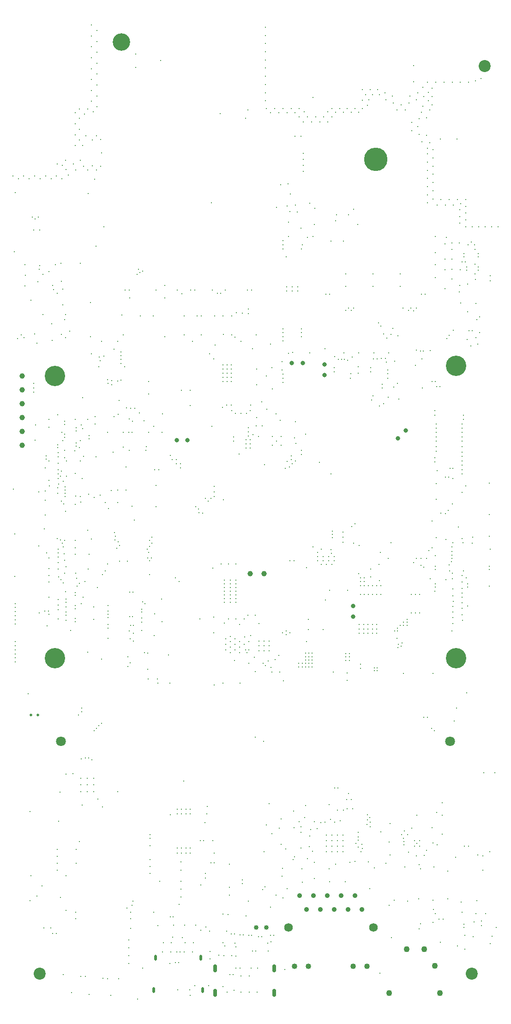
<source format=gbr>
%TF.GenerationSoftware,KiCad,Pcbnew,(5.99.0-459-gf0c386f5d-dirty)*%
%TF.CreationDate,2019-12-04T11:21:06+01:00*%
%TF.ProjectId,dvk-mx8m-bsb,64766b2d-6d78-4386-9d2d-6273622e6b69,v1.0.0*%
%TF.SameCoordinates,Original*%
%TF.FileFunction,Plated,1,6,PTH,Mixed*%
%TF.FilePolarity,Positive*%
%FSLAX46Y46*%
G04 Gerber Fmt 4.6, Leading zero omitted, Abs format (unit mm)*
G04 Created by KiCad (PCBNEW (5.99.0-459-gf0c386f5d-dirty)) date 2019-12-04 11:21:06*
%MOMM*%
%LPD*%
G04 APERTURE LIST*
%TA.AperFunction,ViaDrill*%
%ADD10C,0.203200*%
%TD*%
%TA.AperFunction,ViaDrill*%
%ADD11C,0.254000*%
%TD*%
%TA.AperFunction,ComponentDrill*%
%ADD12C,0.254000*%
%TD*%
%TA.AperFunction,ComponentDrill*%
%ADD13C,0.300000*%
%TD*%
%TA.AperFunction,ComponentDrill*%
%ADD14C,0.500000*%
%TD*%
G04 aperture for slot hole*
%TA.AperFunction,ComponentDrill*%
%ADD15C,0.500000*%
%TD*%
G04 aperture for slot hole*
%TA.AperFunction,ComponentDrill*%
%ADD16C,0.650000*%
%TD*%
%TA.AperFunction,ComponentDrill*%
%ADD17C,0.800000*%
%TD*%
%TA.AperFunction,ComponentDrill*%
%ADD18C,0.850000*%
%TD*%
%TA.AperFunction,ComponentDrill*%
%ADD19C,0.890000*%
%TD*%
%TA.AperFunction,ComponentDrill*%
%ADD20C,1.000000*%
%TD*%
%TA.AperFunction,ComponentDrill*%
%ADD21C,1.020000*%
%TD*%
%TA.AperFunction,ComponentDrill*%
%ADD22C,1.100000*%
%TD*%
%TA.AperFunction,ComponentDrill*%
%ADD23C,1.580000*%
%TD*%
%TA.AperFunction,ComponentDrill*%
%ADD24C,1.800000*%
%TD*%
%TA.AperFunction,ComponentDrill*%
%ADD25C,2.200000*%
%TD*%
%TA.AperFunction,ComponentDrill*%
%ADD26C,3.200000*%
%TD*%
%TA.AperFunction,ComponentDrill*%
%ADD27C,3.730000*%
%TD*%
%TA.AperFunction,ComponentDrill*%
%ADD28C,4.300000*%
%TD*%
G04 APERTURE END LIST*
D10*
X61300000Y-116700000D03*
X62000000Y-116000000D03*
X62500000Y-116500000D03*
X64050000Y-94450000D03*
X64300000Y-124900000D03*
X64300000Y-125700000D03*
X64300000Y-126500000D03*
X64572526Y-94711263D03*
X65150000Y-94450000D03*
X65184799Y-154700000D03*
X65222920Y-144800000D03*
X65300000Y-104000000D03*
X65300000Y-167000000D03*
X65850000Y-217000000D03*
X65999996Y-104899996D03*
X66015000Y-112240000D03*
X66150000Y-224700000D03*
X66222920Y-151550000D03*
X66350000Y-166600000D03*
X66400000Y-146299998D03*
X66400000Y-149000000D03*
X66600000Y-138211000D03*
X66600000Y-138810002D03*
X66650000Y-156000000D03*
X66730000Y-169300000D03*
X67000000Y-166600000D03*
X67050000Y-167260000D03*
X67060000Y-132950000D03*
X67099994Y-104400000D03*
X67110000Y-131500000D03*
X67110000Y-139100000D03*
X67110000Y-142700000D03*
X67110000Y-156900000D03*
X67110000Y-161300000D03*
X67110000Y-164100000D03*
X67152000Y-143682000D03*
X67450000Y-224700000D03*
X67700000Y-117000000D03*
X67800030Y-225700000D03*
X67900000Y-107700000D03*
X68400000Y-225700000D03*
X68590000Y-210330000D03*
X68590000Y-211600000D03*
X68590000Y-212870000D03*
X68590000Y-214140000D03*
X68600000Y-108399998D03*
X68600000Y-153300000D03*
X68674089Y-136700000D03*
X68679050Y-145045919D03*
X68700000Y-136116000D03*
X68716764Y-144040948D03*
X68750000Y-138350000D03*
X68750000Y-139499000D03*
X68785132Y-155315977D03*
X68800000Y-137600000D03*
X68800000Y-155999994D03*
X68800000Y-158900000D03*
X68810000Y-140700000D03*
X68810000Y-141477085D03*
X68810000Y-142322916D03*
X68810000Y-157740000D03*
X68810000Y-164500000D03*
X68810000Y-165490000D03*
X68810000Y-168100000D03*
X68816161Y-156735016D03*
X68830000Y-143370000D03*
X68849998Y-205150000D03*
X68900000Y-160400000D03*
X69199426Y-153599043D03*
X69200000Y-219150000D03*
X69214000Y-141900000D03*
X69300000Y-102900000D03*
X69322910Y-160900000D03*
X69377080Y-141000000D03*
X69400000Y-106200000D03*
X69400000Y-146500000D03*
X69440000Y-133900000D03*
X69500000Y-154200004D03*
X69600000Y-135400000D03*
X69684000Y-142866000D03*
X69720000Y-161460000D03*
X69726377Y-154870380D03*
X69800000Y-147000000D03*
X69922920Y-137200009D03*
X69950000Y-157300000D03*
X70000000Y-131810440D03*
X70000000Y-132389560D03*
X70000000Y-134210440D03*
X70000000Y-134789560D03*
X70000000Y-159670000D03*
X70007389Y-144476318D03*
X70022920Y-145061291D03*
X70022920Y-145670000D03*
X70099997Y-116499997D03*
X70100000Y-112300000D03*
X70140000Y-148310000D03*
X70190000Y-164407900D03*
X70190000Y-164992100D03*
X70190000Y-166807900D03*
X70190000Y-167392100D03*
X70334366Y-139100000D03*
X70900000Y-115300000D03*
X71040000Y-170150000D03*
X71470000Y-196400000D03*
X71890000Y-147100000D03*
X71890000Y-163207900D03*
X71890000Y-163792100D03*
X71890000Y-165607900D03*
X71890000Y-166192100D03*
X71890000Y-168007900D03*
X71890000Y-168592100D03*
X71900000Y-141377080D03*
X71900000Y-153700000D03*
X71900000Y-155000000D03*
X71950000Y-156200000D03*
X72000000Y-159660000D03*
X72080000Y-133010440D03*
X72080000Y-133589560D03*
X72080000Y-135810440D03*
X72080000Y-136389560D03*
X72200000Y-160650000D03*
X72250000Y-162060000D03*
X72500000Y-185700000D03*
X72650000Y-208850000D03*
X72670000Y-161560000D03*
X72800000Y-102900000D03*
X72800000Y-139100000D03*
X72800000Y-145670000D03*
X72850000Y-135370000D03*
X72900000Y-233600000D03*
X73000000Y-132550000D03*
X73100000Y-184450000D03*
X73112005Y-185087995D03*
X73150000Y-202150000D03*
X73200000Y-142300002D03*
X73254050Y-127544050D03*
X73300000Y-133200000D03*
X73700000Y-161200000D03*
X73800000Y-233599994D03*
X73810440Y-193550000D03*
X74389560Y-193550000D03*
X74400000Y-145200000D03*
X74450000Y-134450000D03*
X74450000Y-135050000D03*
X74900000Y-119500000D03*
X75300000Y-165900000D03*
X75300000Y-168150000D03*
X75350000Y-188550000D03*
X75400000Y-145790000D03*
X75800000Y-188100000D03*
X76200000Y-121800000D03*
X76250000Y-187650000D03*
X76300000Y-120100000D03*
X76460000Y-145350000D03*
X76500000Y-120700000D03*
X76700000Y-187199998D03*
X76900000Y-159900000D03*
X77150000Y-96200000D03*
X77174967Y-119884543D03*
X77400000Y-146700000D03*
X77400000Y-159300000D03*
X77800000Y-158019998D03*
X77800000Y-234000000D03*
X77807500Y-133900000D03*
X77900000Y-124900000D03*
X77950000Y-166610440D03*
X77950000Y-167189560D03*
X78000000Y-147800000D03*
X78500000Y-144500000D03*
X78580159Y-125167207D03*
X78600000Y-124400000D03*
X79100000Y-152200000D03*
X79200000Y-153600000D03*
X79300000Y-152900000D03*
X79670000Y-144470000D03*
X79700000Y-117200000D03*
X79700000Y-124500000D03*
X79700000Y-146700000D03*
X79800000Y-130600000D03*
X79899998Y-234000000D03*
X80000000Y-154600000D03*
X80000000Y-157500000D03*
X80276655Y-121271043D03*
X80300000Y-119100000D03*
X80300000Y-119800000D03*
X80300010Y-120500000D03*
X80500000Y-112400000D03*
X80700000Y-116000000D03*
X80750000Y-133900000D03*
X81350000Y-129400000D03*
X81360000Y-221100000D03*
X81500000Y-157500000D03*
X81758597Y-133900000D03*
X81777895Y-137200000D03*
X81850000Y-170260000D03*
X81859356Y-167632508D03*
X81900000Y-109222920D03*
X81910440Y-163200000D03*
X82000000Y-171700000D03*
X82000000Y-176100000D03*
X82038282Y-169277842D03*
X82342800Y-133900000D03*
X82345831Y-147400000D03*
X82360000Y-220600000D03*
X82438476Y-167632508D03*
X82489560Y-163200000D03*
X82600000Y-170700000D03*
X82600000Y-172100000D03*
X82617402Y-169277842D03*
X82740000Y-149950000D03*
X82800000Y-129440000D03*
X83000000Y-64540000D03*
X83000000Y-66940000D03*
X83234620Y-104900000D03*
X83500000Y-104000000D03*
X83657210Y-130300000D03*
X83736372Y-104553716D03*
X83736373Y-104553716D03*
X84070000Y-166260440D03*
X84070000Y-166839560D03*
X84070000Y-167900000D03*
X84100000Y-168650000D03*
X84295250Y-164895250D03*
X84300000Y-104350004D03*
X84300000Y-232100000D03*
X84522910Y-131750683D03*
X84586382Y-174260198D03*
X84704750Y-165304750D03*
X84927080Y-136522920D03*
X85200000Y-174300000D03*
X85219452Y-156864638D03*
X85400000Y-133900000D03*
X85500000Y-153700000D03*
X85500000Y-157378000D03*
X85500000Y-159900000D03*
X85600000Y-207649000D03*
X85600000Y-208324333D03*
X85600000Y-209675000D03*
X85600000Y-212215000D03*
X85882562Y-156935548D03*
X86400000Y-171150000D03*
X86500000Y-140700000D03*
X86700000Y-107800004D03*
X87200000Y-140700000D03*
X87400000Y-216135000D03*
X88300000Y-109222920D03*
X89275000Y-231200000D03*
X89310440Y-222700000D03*
X89889560Y-222700000D03*
X90260440Y-231060000D03*
X90510440Y-229090000D03*
X90839560Y-231060000D03*
X91089560Y-229090000D03*
X91450000Y-108450000D03*
X91550000Y-226505000D03*
X91850000Y-115977080D03*
X93800000Y-235300000D03*
X94000000Y-147500000D03*
X94600000Y-148600000D03*
X94770000Y-168050000D03*
X94860440Y-208750000D03*
X94950000Y-216850000D03*
X95050000Y-115977080D03*
X95439560Y-208750000D03*
X96300000Y-146500000D03*
X96380000Y-235330000D03*
X96550000Y-119500000D03*
X96840870Y-212812215D03*
X97000000Y-132800000D03*
X97100000Y-158797508D03*
X97400000Y-143800000D03*
X97400000Y-144800000D03*
X97400000Y-145600000D03*
X97419990Y-212812215D03*
X97600000Y-117850000D03*
X97960440Y-108350000D03*
X98539560Y-108350000D03*
X98987500Y-179850000D03*
X98992800Y-222200000D03*
X99100000Y-146200000D03*
X99149990Y-229750000D03*
X99350000Y-228000000D03*
X99470000Y-171750000D03*
X99470000Y-172750000D03*
X99470000Y-173750000D03*
X100257900Y-233250000D03*
X100326000Y-171250000D03*
X100326000Y-172250000D03*
X100326000Y-173250000D03*
X100326000Y-174250000D03*
X100507900Y-225800000D03*
X100600000Y-229750000D03*
X100650000Y-115977080D03*
X100842100Y-233250000D03*
X101092100Y-225800000D03*
X101100000Y-175720000D03*
X101182000Y-171750000D03*
X101182000Y-172750000D03*
X101182000Y-173750000D03*
X101200000Y-116400000D03*
X101350000Y-229900000D03*
X101360000Y-168028500D03*
X101400000Y-232040000D03*
X101500000Y-111900000D03*
X102038000Y-172250000D03*
X102038000Y-173250000D03*
X102038000Y-174250000D03*
X102137500Y-179850000D03*
X102142900Y-225965000D03*
X102300000Y-233550000D03*
X102600000Y-112000000D03*
X102727100Y-225965000D03*
X102900000Y-172750000D03*
X103144000Y-173750000D03*
X103447000Y-174250000D03*
X103700000Y-111235382D03*
X103700000Y-112100000D03*
X103707900Y-226100000D03*
X103750000Y-173750000D03*
X103755050Y-172244950D03*
X103800000Y-233550000D03*
X104292100Y-226100000D03*
X104390583Y-228904039D03*
X104400000Y-118570000D03*
X104800000Y-175080000D03*
X104942500Y-189770000D03*
X104974783Y-228904039D03*
X105066599Y-132695000D03*
X105199998Y-122300000D03*
X105507900Y-226300000D03*
X105600000Y-168875000D03*
X106092100Y-226300000D03*
X106235000Y-132695000D03*
X106400000Y-176200000D03*
X106500000Y-210700000D03*
X106800000Y-176650000D03*
X107300000Y-175800000D03*
X107441998Y-201930000D03*
X107707900Y-226085000D03*
X107710000Y-117677080D03*
X107782600Y-177000000D03*
X108000000Y-207430000D03*
X108292100Y-226085000D03*
X108700000Y-218700000D03*
X108800000Y-92600000D03*
X109308000Y-206450000D03*
X109475000Y-131650000D03*
X109600000Y-88500000D03*
X109650000Y-204700000D03*
X109800000Y-122400000D03*
X110000000Y-219200000D03*
X110087500Y-179425000D03*
X110799998Y-92400000D03*
X111050957Y-95350957D03*
X111299998Y-157400000D03*
X111300000Y-93400000D03*
X111400000Y-90200000D03*
X111832000Y-212200000D03*
X112000000Y-203300000D03*
X112050000Y-157400000D03*
X112250000Y-79555610D03*
X112273846Y-92209565D03*
X113300000Y-96399996D03*
X113350000Y-79555610D03*
X113500000Y-213900000D03*
X113600000Y-99500002D03*
X113962955Y-204462955D03*
X114180000Y-202300000D03*
X114500000Y-98100000D03*
X114500000Y-212000000D03*
X114687000Y-169987000D03*
X114850000Y-209800000D03*
X114900000Y-119300000D03*
X114950000Y-207900000D03*
X115054236Y-206645764D03*
X115400010Y-210622920D03*
X115500000Y-154850000D03*
X115500014Y-98000000D03*
X115550000Y-72475000D03*
X115750000Y-205280000D03*
X115800000Y-212699994D03*
X116300000Y-206499992D03*
X116700000Y-139400000D03*
X116977090Y-205400000D03*
X117387000Y-169987000D03*
X117750000Y-118522920D03*
X117837000Y-164572000D03*
X118200000Y-75110000D03*
X118500000Y-213900000D03*
X118700000Y-204800000D03*
X118800000Y-141500000D03*
X119057500Y-152613000D03*
X119057500Y-153198000D03*
X119500000Y-199050000D03*
X119519000Y-205352000D03*
X119700000Y-213025000D03*
X120040000Y-203150000D03*
X120100000Y-199050000D03*
X120142618Y-120499858D03*
X120477000Y-205100000D03*
X120726826Y-120501825D03*
X121119803Y-203112124D03*
X121310683Y-120481477D03*
X121500000Y-111500000D03*
X121666000Y-201167994D03*
X121874155Y-120635756D03*
X122000000Y-111100000D03*
X122049043Y-200049043D03*
X122250000Y-212700000D03*
X122500000Y-111500000D03*
X122502201Y-201216430D03*
X123000000Y-92975000D03*
X123000000Y-111100000D03*
X123219324Y-212495315D03*
X123250000Y-150650000D03*
X123400000Y-209224996D03*
X123725000Y-95750000D03*
X123783000Y-207217000D03*
X123783000Y-207997000D03*
X123791467Y-208654205D03*
X123816967Y-209857570D03*
X123950000Y-154600000D03*
X124300000Y-210699986D03*
X124500000Y-209400000D03*
X124614566Y-210127131D03*
X125447115Y-205734408D03*
X125499976Y-204000000D03*
X125500000Y-204877080D03*
X125900000Y-217500000D03*
X125953820Y-204454168D03*
X125999990Y-205300000D03*
X126000014Y-206200000D03*
X126300000Y-127900000D03*
X126600000Y-120400000D03*
X126759000Y-177005700D03*
X126759000Y-177530700D03*
X126800000Y-213700000D03*
X127284000Y-177005700D03*
X127284000Y-177530700D03*
X127300000Y-120399994D03*
X127500000Y-113800000D03*
X127599000Y-158101000D03*
X127700000Y-129000000D03*
X127800000Y-233000000D03*
X128000000Y-114367000D03*
X128063942Y-120347445D03*
X128500000Y-115800000D03*
X128500000Y-128600000D03*
X128800000Y-120299994D03*
X129300000Y-127400000D03*
X129300000Y-157000000D03*
X129477080Y-220600000D03*
X129800000Y-154100000D03*
X129838369Y-115900000D03*
X130188179Y-114800000D03*
X130500000Y-170300000D03*
X131050000Y-169750000D03*
X131050000Y-170300000D03*
X131095378Y-116160002D03*
X131550000Y-169250000D03*
X131800000Y-207625000D03*
X132129151Y-208265392D03*
X132150000Y-168700000D03*
X132150000Y-169250000D03*
X132176472Y-208847684D03*
X132200000Y-209484213D03*
X132300000Y-206900000D03*
X132750000Y-168150000D03*
X132750000Y-168700000D03*
X132750000Y-169250000D03*
X132900000Y-207600000D03*
X132900000Y-219800000D03*
X133000000Y-111500000D03*
X133010000Y-210820000D03*
X133500000Y-111100000D03*
X133643800Y-206455612D03*
X134000000Y-111600000D03*
X134000000Y-157700000D03*
X134300000Y-121600000D03*
X134500000Y-111100000D03*
X134500000Y-157000000D03*
X134500000Y-211500000D03*
X134980000Y-213100000D03*
X135210440Y-119000000D03*
X135220000Y-213900000D03*
X135300000Y-157000000D03*
X135300000Y-158250000D03*
X135789560Y-119000000D03*
X135800000Y-158600000D03*
X135800000Y-186100000D03*
X135877080Y-211422920D03*
X136300000Y-157000000D03*
X136300000Y-210500000D03*
X136470000Y-186100000D03*
X136750000Y-155550000D03*
X137300000Y-188100000D03*
X137355440Y-124541000D03*
X137400000Y-155071401D03*
X137500000Y-178100000D03*
X137600000Y-221300000D03*
X137800000Y-188600000D03*
X137920000Y-158410440D03*
X137920000Y-158989560D03*
X137920000Y-161610440D03*
X137920000Y-162189560D03*
X137934560Y-124541000D03*
X137960000Y-156500000D03*
X138185440Y-125500000D03*
X138300000Y-209500000D03*
X138625000Y-223125000D03*
X138764560Y-125500000D03*
X139200000Y-207550000D03*
X139375000Y-223100000D03*
X139795845Y-142056752D03*
X140250500Y-214325002D03*
X140300000Y-148199994D03*
X140374965Y-142056752D03*
X140500000Y-158150000D03*
X140600000Y-159250000D03*
X140625035Y-140505305D03*
X140948779Y-157585952D03*
X141000000Y-154900000D03*
X141000000Y-155700000D03*
X141000000Y-156400000D03*
X141000000Y-157000000D03*
X141025000Y-105750000D03*
X141100000Y-147000000D03*
X141100000Y-159700000D03*
X141100000Y-160700004D03*
X141180000Y-163820000D03*
X141190000Y-154100000D03*
X141190000Y-167820000D03*
X141199996Y-166811212D03*
X141200000Y-165800000D03*
X141200000Y-168900000D03*
X141200008Y-162600000D03*
X141204155Y-140505305D03*
X141260000Y-164810000D03*
X142200000Y-151200000D03*
X142870000Y-160100000D03*
X142885440Y-102600000D03*
X142888270Y-161299073D03*
X142890000Y-162500000D03*
X142890000Y-164100000D03*
X142890000Y-166100000D03*
X142890000Y-167300000D03*
X142899998Y-221800000D03*
X142900000Y-153300000D03*
X142900000Y-165090000D03*
X142950000Y-168290000D03*
X143175000Y-101078133D03*
X143175000Y-101657253D03*
X143225000Y-224015000D03*
X143464560Y-102600000D03*
X143500000Y-143700000D03*
X143714939Y-103558417D03*
X143714939Y-104137537D03*
X143840949Y-165685350D03*
X143850000Y-111768886D03*
X143850000Y-161610440D03*
X143850000Y-162189560D03*
X144000000Y-99450000D03*
X144100000Y-115200000D03*
X144575000Y-99000000D03*
X144700000Y-115200000D03*
X144700000Y-154200000D03*
X144767389Y-153100000D03*
X144900000Y-226300000D03*
X145100000Y-223650000D03*
X145175000Y-99450002D03*
X145385000Y-222099998D03*
X145400000Y-110200000D03*
X145400000Y-116500000D03*
X145565824Y-113215824D03*
X145700000Y-117675000D03*
X145804840Y-101078133D03*
X145804840Y-101657253D03*
X145804840Y-103558417D03*
X145804840Y-104137537D03*
X146400000Y-223400000D03*
X146400000Y-224300000D03*
X146700000Y-211500000D03*
X146850000Y-196300000D03*
X147200000Y-222100000D03*
X147845000Y-158410440D03*
X147845000Y-158989560D03*
X147850000Y-148900000D03*
X147857699Y-162059598D03*
X148000000Y-155300000D03*
X148400000Y-226235000D03*
X148840000Y-196300000D03*
D11*
X60470000Y-86860000D03*
X60600000Y-144285000D03*
X60750000Y-100750000D03*
X60800000Y-160285000D03*
X60854000Y-152515000D03*
X60870000Y-165237500D03*
X60870000Y-165987500D03*
X60870000Y-166737500D03*
X60870000Y-167487500D03*
X60870000Y-168237500D03*
X60870000Y-168987500D03*
X60870000Y-172212500D03*
X60870000Y-172962500D03*
X60870000Y-173712500D03*
X60870000Y-174462500D03*
X60870000Y-175212500D03*
X60870000Y-175962500D03*
X60900000Y-89900000D03*
X61470000Y-87360000D03*
X62470000Y-86860000D03*
X62700000Y-103128320D03*
X62700000Y-107000000D03*
X62750000Y-105100000D03*
X63300000Y-181825000D03*
X63470000Y-87360000D03*
X63600000Y-203400000D03*
X63600000Y-219700000D03*
X63800000Y-109615000D03*
X63810000Y-215120000D03*
X64310000Y-96800000D03*
X64470000Y-86860000D03*
X64500000Y-115800000D03*
X64550000Y-135325000D03*
X64660000Y-132470000D03*
X64860000Y-218900000D03*
X64910000Y-117537500D03*
X65015000Y-106300000D03*
X65400000Y-103300000D03*
X65410000Y-96800000D03*
X65470000Y-87360000D03*
X66410000Y-140390000D03*
X66410000Y-144610000D03*
X66470000Y-86860000D03*
X67110000Y-158800000D03*
X67110000Y-160100000D03*
X67470000Y-87360000D03*
X67600000Y-114000000D03*
X67800000Y-106900000D03*
X68300000Y-103128320D03*
X68470000Y-86860000D03*
X68650000Y-84637000D03*
X68660000Y-130620000D03*
X68800000Y-166400000D03*
X69100000Y-199800000D03*
X69400000Y-115900000D03*
X69470000Y-87360000D03*
X69535000Y-84950000D03*
X69600000Y-107650000D03*
X69600000Y-110500000D03*
X69750000Y-233240000D03*
X69900000Y-156100000D03*
X69956585Y-113218343D03*
X70000000Y-138500000D03*
X70000000Y-153700000D03*
X70057660Y-143868456D03*
X70100000Y-163100000D03*
X70110000Y-83987000D03*
X70185000Y-85650000D03*
X70200000Y-158500000D03*
X70200000Y-165900000D03*
X70200000Y-221500000D03*
X70200007Y-168299993D03*
X70210000Y-215120000D03*
X70227011Y-196507011D03*
X70326859Y-141892852D03*
X70600000Y-86700000D03*
X71209261Y-236548320D03*
X71570000Y-84637000D03*
X71850000Y-137248000D03*
X71890000Y-131500000D03*
X71900000Y-75300000D03*
X71900000Y-77300000D03*
X71900000Y-79300000D03*
X71900000Y-81300000D03*
X71987500Y-221800000D03*
X71987500Y-223050000D03*
X72010000Y-85760000D03*
X72033447Y-145544510D03*
X72070000Y-210330000D03*
X72070000Y-212860000D03*
X72670496Y-136645496D03*
X72700000Y-74560000D03*
X72700000Y-76300000D03*
X72700000Y-78300000D03*
X72700000Y-80300000D03*
X72800000Y-84000000D03*
X72911802Y-146671222D03*
X73000000Y-165300000D03*
X73017012Y-193717010D03*
X73300000Y-81300000D03*
X73365000Y-164100000D03*
X73415000Y-138297000D03*
X73450000Y-85100000D03*
X73575000Y-75500000D03*
X73850000Y-79475000D03*
X74160000Y-131500000D03*
X74200000Y-74560000D03*
X74200000Y-151815000D03*
X74225000Y-85800000D03*
X74231647Y-174187500D03*
X74250000Y-90100000D03*
X74252989Y-158912989D03*
X74425000Y-236932200D03*
X74435000Y-156200000D03*
X74700000Y-110087500D03*
X74700000Y-116312500D03*
X74860000Y-59200000D03*
X74860000Y-61200000D03*
X74860000Y-63200000D03*
X74860000Y-65200000D03*
X74860000Y-67200000D03*
X74860000Y-69200000D03*
X74860000Y-71200000D03*
X74860000Y-73200000D03*
X74900000Y-153435000D03*
X74973761Y-193900000D03*
X75025000Y-80300000D03*
X75025000Y-85000000D03*
X75200000Y-75100000D03*
X75500000Y-87500000D03*
X75532500Y-130995000D03*
X75532500Y-132345000D03*
X75683940Y-138346060D03*
X75750000Y-99750000D03*
X75775000Y-85800000D03*
X75800000Y-79475000D03*
X75860000Y-60200000D03*
X75860000Y-62200000D03*
X75860000Y-64200000D03*
X75860000Y-66200000D03*
X75860000Y-68200000D03*
X75860000Y-70200000D03*
X75860000Y-72200000D03*
X75860000Y-74200000D03*
X75975000Y-162315000D03*
X76100000Y-201125000D03*
X76600000Y-80200000D03*
X76600000Y-85100000D03*
X76695000Y-82650000D03*
X76700000Y-117200000D03*
X76712500Y-175412500D03*
X76920000Y-202500000D03*
X76950000Y-233950000D03*
X77800000Y-124200000D03*
X77950000Y-165600000D03*
X77950000Y-167850000D03*
X77950000Y-169100000D03*
X77950000Y-169750000D03*
X77950000Y-171650000D03*
X78425000Y-237075000D03*
X78830000Y-137500000D03*
X79007500Y-130995000D03*
X79050000Y-118600000D03*
X79500000Y-155100000D03*
X79720000Y-199700000D03*
X79800000Y-153900000D03*
X79962500Y-128015000D03*
X80300000Y-124300000D03*
X80750000Y-136548320D03*
X81000000Y-121800000D03*
X81050000Y-107800000D03*
X81250000Y-140180000D03*
X81250000Y-144420000D03*
X81550000Y-175049998D03*
X81600000Y-176800000D03*
X81700000Y-226915000D03*
X81700000Y-228365000D03*
X81700000Y-229815000D03*
X81700000Y-231265000D03*
X81850000Y-107800000D03*
X82093335Y-129480140D03*
X82099992Y-224800000D03*
X82100000Y-223000000D03*
X82100006Y-221800000D03*
X82530000Y-219825000D03*
X83325000Y-237725000D03*
X83850000Y-112500000D03*
X84100000Y-170150000D03*
X84827896Y-137124409D03*
X85100000Y-155300000D03*
X85200000Y-177287500D03*
X85300000Y-179100000D03*
X85399992Y-126800000D03*
X85400000Y-124530000D03*
X85400000Y-155900000D03*
X85500000Y-154800000D03*
X85600000Y-213485000D03*
X85600000Y-214755000D03*
X86000000Y-153100000D03*
X86000000Y-154200000D03*
X86250000Y-112500000D03*
X86285000Y-221800000D03*
X86345000Y-132769500D03*
X86500000Y-167150000D03*
X86700000Y-143600000D03*
X86700000Y-147500000D03*
X87000000Y-179100000D03*
X87030000Y-179800000D03*
X87046243Y-224303757D03*
X87600000Y-65740000D03*
X87730000Y-164440000D03*
X87850000Y-168562500D03*
X87860000Y-133900000D03*
X87893000Y-130494500D03*
X87925000Y-229090000D03*
X88050000Y-227390000D03*
X88300000Y-106952920D03*
X88300000Y-116300000D03*
X89000000Y-174700000D03*
X89300000Y-179800000D03*
X89350000Y-204000000D03*
X89362500Y-138120000D03*
X89425000Y-229090000D03*
X89550000Y-227390000D03*
X89712500Y-138870000D03*
X89800000Y-226375000D03*
X89950000Y-224200000D03*
X90250000Y-160500000D03*
X90462500Y-138870000D03*
X90462500Y-139620000D03*
X90600000Y-202916334D03*
X90600000Y-203824667D03*
X90600000Y-210095333D03*
X90600000Y-211003666D03*
X90650000Y-107800000D03*
X90700000Y-236050000D03*
X90937500Y-220410000D03*
X91000000Y-161250000D03*
X91212500Y-139620000D03*
X91212500Y-140370000D03*
X91290000Y-212635000D03*
X91290000Y-214135000D03*
X91290000Y-217635000D03*
X91290000Y-219060000D03*
X91292000Y-216135000D03*
X91400000Y-126200000D03*
X91400000Y-202916334D03*
X91400000Y-203824667D03*
X91400000Y-210095333D03*
X91400000Y-211003666D03*
X91800000Y-197798000D03*
X91850000Y-112500000D03*
X91925000Y-229090000D03*
X91950000Y-224200000D03*
X92050000Y-227390000D03*
X92200000Y-202916334D03*
X92200000Y-203824667D03*
X92200000Y-210095333D03*
X92200000Y-211003666D03*
X92900000Y-236050000D03*
X93000000Y-126200000D03*
X93000000Y-128935000D03*
X93000000Y-202916334D03*
X93000000Y-203824667D03*
X93000000Y-210095333D03*
X93000000Y-211003666D03*
X93035000Y-237085000D03*
X93050000Y-107800000D03*
X93425000Y-229090000D03*
X93430000Y-117200000D03*
X93550000Y-227390000D03*
X93850000Y-107800000D03*
X93986000Y-224239277D03*
X94250000Y-112500000D03*
X94500000Y-147900000D03*
X94925000Y-225174998D03*
X95050000Y-112500000D03*
X95300000Y-148700000D03*
X95735000Y-205410000D03*
X95800000Y-146000000D03*
X95900000Y-224550000D03*
X96001000Y-203825000D03*
X96087500Y-202475000D03*
X96550000Y-225300000D03*
X96600000Y-230400000D03*
X96612500Y-229000000D03*
X96800000Y-146000000D03*
X96850000Y-91800000D03*
X97050000Y-107800000D03*
X97100000Y-208730000D03*
X97290400Y-167700000D03*
X97300000Y-120400000D03*
X97350000Y-170650000D03*
X97400000Y-211000000D03*
X97412500Y-180150000D03*
X97450000Y-112500000D03*
X98232500Y-229698000D03*
X98470000Y-75450000D03*
X98660000Y-157971500D03*
X98925000Y-129250000D03*
X99000000Y-112500000D03*
X99000000Y-227450000D03*
X99000000Y-235500000D03*
X99040000Y-121532500D03*
X99040000Y-122282500D03*
X99040000Y-123032500D03*
X99040000Y-123782500D03*
X99040000Y-124532500D03*
X99050000Y-115950000D03*
X99295333Y-160950000D03*
X99295333Y-161633333D03*
X99295333Y-162316667D03*
X99295333Y-163000000D03*
X99295333Y-163683333D03*
X99295333Y-164366666D03*
X99295333Y-165050000D03*
X99300000Y-168800004D03*
X99450000Y-107800000D03*
X99650000Y-225300000D03*
X99700000Y-128875000D03*
X99790000Y-121532500D03*
X99790000Y-122282500D03*
X99790000Y-123032500D03*
X99790000Y-123782500D03*
X99790000Y-124532500D03*
X99800000Y-236450000D03*
X99900000Y-222250000D03*
X100000000Y-168028500D03*
X100010000Y-157971500D03*
X100210000Y-213035000D03*
X100210000Y-217235000D03*
X100210000Y-218735000D03*
X100327667Y-160950000D03*
X100327667Y-161633333D03*
X100327667Y-162316667D03*
X100327667Y-163000000D03*
X100327667Y-163683333D03*
X100327667Y-164366666D03*
X100327667Y-165050000D03*
X100490000Y-128882500D03*
X100540000Y-121532500D03*
X100540000Y-122282500D03*
X100540000Y-123032500D03*
X100540000Y-123782500D03*
X100540000Y-124532500D03*
X100590000Y-129884500D03*
X100650000Y-112500000D03*
X100947200Y-134750000D03*
X100947200Y-135500000D03*
X101040000Y-236135000D03*
X101240000Y-227500000D03*
X101290000Y-130400000D03*
X101360000Y-157971500D03*
X101360000Y-160950000D03*
X101360000Y-161633333D03*
X101360000Y-162316667D03*
X101360000Y-163000000D03*
X101360000Y-163683333D03*
X101360000Y-164366666D03*
X101360000Y-165050000D03*
X101400000Y-228150000D03*
X101987500Y-137845000D03*
X102085000Y-169062500D03*
X102124398Y-232050000D03*
X102290000Y-130400000D03*
X102300000Y-117200000D03*
X102300000Y-117200000D03*
X102300000Y-236450000D03*
X102600000Y-215900000D03*
X102600000Y-216550000D03*
X102870000Y-168062500D03*
X102980000Y-171337500D03*
X103150000Y-76332500D03*
X103250000Y-135250000D03*
X103250000Y-136000000D03*
X103250000Y-136750000D03*
X103270034Y-222524966D03*
X103290000Y-130400000D03*
X103450000Y-107800000D03*
X103600000Y-167362500D03*
X103612500Y-74750000D03*
X103625000Y-133000000D03*
X103625000Y-133750000D03*
X103625000Y-134500000D03*
X103650000Y-219800000D03*
X103777500Y-176200000D03*
X103800000Y-236450000D03*
X103990000Y-129882500D03*
X104000000Y-135250000D03*
X104000000Y-136000000D03*
X104000000Y-136750000D03*
X104075000Y-171155000D03*
X104090000Y-128882500D03*
X104200000Y-232050000D03*
X104250000Y-107800000D03*
X104500000Y-134315000D03*
X104915000Y-177750000D03*
X104950000Y-167362500D03*
X105085000Y-116015000D03*
X105165000Y-131150000D03*
X105220000Y-125120000D03*
X105290000Y-236450000D03*
X105393947Y-232043947D03*
X105560000Y-134655000D03*
X106115000Y-128250000D03*
X106250000Y-217650000D03*
X106487500Y-190500000D03*
X106585000Y-139800000D03*
X106750000Y-217150000D03*
X106800000Y-59600000D03*
X106800000Y-61100000D03*
X106800000Y-62600000D03*
X106800000Y-64100000D03*
X106800000Y-65600000D03*
X106800000Y-67100000D03*
X106800000Y-68600000D03*
X106800000Y-70100000D03*
X106800000Y-71600000D03*
X106800000Y-73100000D03*
X106950000Y-205800000D03*
X107000000Y-74500000D03*
X107085000Y-129650000D03*
X107200000Y-227500000D03*
X107300000Y-228930000D03*
X107700000Y-220900000D03*
X107750000Y-75250000D03*
X107850000Y-227250000D03*
X107955000Y-177787500D03*
X107980000Y-122022500D03*
X108046000Y-125930000D03*
X108500000Y-74500000D03*
X108565000Y-175512500D03*
X108760000Y-130450000D03*
X109240000Y-174720000D03*
X109250000Y-75250000D03*
X109415000Y-177787500D03*
X109700000Y-209375000D03*
X109800000Y-120900000D03*
X109850000Y-215250000D03*
X109900000Y-213800000D03*
X109925000Y-170650000D03*
X110000000Y-74500000D03*
X110000000Y-98737500D03*
X110000000Y-99487500D03*
X110000000Y-100237500D03*
X110000000Y-114862500D03*
X110000000Y-115612500D03*
X110000000Y-116362500D03*
X110000000Y-117100000D03*
X110020000Y-123225000D03*
X110020000Y-123975000D03*
X110020000Y-124725000D03*
X110350000Y-232350000D03*
X110445000Y-140448000D03*
X110525000Y-210273000D03*
X110600000Y-170245000D03*
X110600000Y-170920000D03*
X110625000Y-101700000D03*
X110700000Y-107175000D03*
X110700000Y-107925000D03*
X110750000Y-75250000D03*
X110790000Y-139173000D03*
X110800000Y-217500000D03*
X110900000Y-88300000D03*
X111000000Y-97987500D03*
X111000000Y-119400000D03*
X111190000Y-140190000D03*
X111275000Y-170650000D03*
X111500000Y-74500000D03*
X111540000Y-138140004D03*
X111540000Y-138890000D03*
X111700000Y-107175000D03*
X111700000Y-107925000D03*
X111740000Y-139640000D03*
X111800000Y-119200000D03*
X112075000Y-206327000D03*
X112120000Y-134887500D03*
X112165000Y-211650000D03*
X112250000Y-75250000D03*
X112280000Y-131912500D03*
X112290000Y-139090000D03*
X112380000Y-135919000D03*
X112650000Y-93450000D03*
X112700000Y-107175000D03*
X112700000Y-107925000D03*
X112905000Y-176225000D03*
X112905000Y-176845000D03*
X113000000Y-74500000D03*
X113000000Y-76000000D03*
X113000000Y-205215000D03*
X113300000Y-206185000D03*
X113300000Y-207225000D03*
X113300000Y-210085000D03*
X113380000Y-137194000D03*
X113380000Y-137944000D03*
X113400000Y-100237500D03*
X113400000Y-114862500D03*
X113400000Y-115612500D03*
X113400000Y-116362500D03*
X113525000Y-176225000D03*
X113525000Y-176845000D03*
X113600000Y-216300000D03*
X113750000Y-77000000D03*
X113765000Y-82700000D03*
X113765000Y-83800000D03*
X113765000Y-84900000D03*
X113765000Y-86000000D03*
X113930000Y-75110000D03*
X114145000Y-174365000D03*
X114145000Y-174985000D03*
X114145000Y-175605000D03*
X114145000Y-176225000D03*
X114145000Y-176845000D03*
X114150500Y-134187000D03*
X114300000Y-172200000D03*
X114337000Y-158667000D03*
X114500000Y-76000000D03*
X114687000Y-168187000D03*
X114765000Y-174365000D03*
X114765000Y-174985000D03*
X114765000Y-175605000D03*
X114765000Y-176225000D03*
X114765000Y-176845000D03*
X114900000Y-91900000D03*
X115250000Y-77000000D03*
X115385000Y-174365000D03*
X115385000Y-174985000D03*
X115385000Y-175605000D03*
X115385000Y-176225000D03*
X115385000Y-176845000D03*
X115750000Y-95745000D03*
X115800000Y-215635000D03*
X115835000Y-92800000D03*
X116000000Y-76000000D03*
X116400000Y-155900000D03*
X116400000Y-156650000D03*
X116400000Y-157400000D03*
X116750000Y-77000000D03*
X117000000Y-158050000D03*
X117075000Y-155285000D03*
X117400000Y-156650000D03*
X117400000Y-157400000D03*
X117500000Y-76000000D03*
X117700000Y-205299988D03*
X117900000Y-108590000D03*
X118000000Y-158050000D03*
X118250000Y-77000000D03*
X118400000Y-156650000D03*
X118400000Y-157400000D03*
X118449164Y-202107627D03*
X118537000Y-162800000D03*
X118600000Y-108590000D03*
X118600000Y-216235000D03*
X118775000Y-155335000D03*
X118830000Y-98825000D03*
X118900000Y-156050000D03*
X119000000Y-74500000D03*
X119000000Y-76000000D03*
X119000000Y-158050000D03*
X119057500Y-152002500D03*
X119250000Y-177787500D03*
X119400000Y-122000000D03*
X119400000Y-122800000D03*
X119400000Y-156650000D03*
X119400000Y-157400000D03*
X119515000Y-119985000D03*
X119690000Y-95100000D03*
X119700000Y-75200000D03*
X119790000Y-93975000D03*
X120400000Y-74500000D03*
X121025000Y-152120000D03*
X121025000Y-154030000D03*
X121100000Y-75200000D03*
X121100000Y-98825000D03*
X121185000Y-119300000D03*
X121400000Y-216235000D03*
X121500000Y-104865000D03*
X121500000Y-107135000D03*
X121515000Y-174425000D03*
X121515000Y-175037500D03*
X121515000Y-175650000D03*
X121765000Y-177975000D03*
X121765000Y-179325000D03*
X121800000Y-74500000D03*
X121800000Y-202900000D03*
X121900000Y-162800000D03*
X122060000Y-93975000D03*
X122215000Y-174425000D03*
X122215000Y-175037500D03*
X122215000Y-175650000D03*
X122400000Y-123985002D03*
X122450000Y-123150000D03*
X122500000Y-75200000D03*
X122600000Y-151108600D03*
X122700000Y-120100002D03*
X122800000Y-202900000D03*
X122950000Y-154147500D03*
X123200000Y-74500000D03*
X123850000Y-121800000D03*
X123850000Y-123015000D03*
X123875000Y-159812500D03*
X123885000Y-119300000D03*
X123900000Y-75200000D03*
X124000000Y-169100000D03*
X124000000Y-169900000D03*
X124000000Y-170700000D03*
X124200000Y-160500000D03*
X124200000Y-161250000D03*
X124200000Y-162000000D03*
X124200000Y-162000000D03*
X124200000Y-163561610D03*
X124600000Y-71000000D03*
X124600000Y-73000000D03*
X124600000Y-74500000D03*
X124800000Y-169100000D03*
X124800000Y-169900000D03*
X124800000Y-170700000D03*
X124950000Y-160500000D03*
X124950000Y-161250000D03*
X124950000Y-162000000D03*
X124950000Y-162000000D03*
X124950000Y-163561610D03*
X125150000Y-72000000D03*
X125500000Y-73900000D03*
X125600000Y-169100000D03*
X125600000Y-169900000D03*
X125600000Y-170700000D03*
X125651680Y-212600000D03*
X125700000Y-162000000D03*
X125700000Y-163561610D03*
X125800000Y-72900000D03*
X126000000Y-71000000D03*
X126097000Y-160351000D03*
X126100000Y-122000000D03*
X126100000Y-122800000D03*
X126400000Y-169100000D03*
X126400000Y-169900000D03*
X126400000Y-170700000D03*
X126425000Y-72000000D03*
X126450000Y-162000000D03*
X126450000Y-163561610D03*
X126500000Y-104865000D03*
X126500000Y-107135000D03*
X126525000Y-127160000D03*
X126700000Y-119300000D03*
X127200000Y-162000000D03*
X127200000Y-163561610D03*
X127200000Y-169100000D03*
X127200000Y-169900000D03*
X127200000Y-170700000D03*
X127400000Y-71000000D03*
X127700000Y-72000000D03*
X127717000Y-161051000D03*
X127887500Y-155900000D03*
X127950000Y-162000000D03*
X127950000Y-163561610D03*
X127985000Y-207100000D03*
X128215000Y-125075000D03*
X128250000Y-125750000D03*
X128700000Y-71600000D03*
X128900000Y-72900000D03*
X128900000Y-212900000D03*
X129000000Y-121000000D03*
X129100000Y-116551680D03*
X129198000Y-123984000D03*
X129231000Y-123150000D03*
X129265000Y-122400000D03*
X129440000Y-119300000D03*
X129500000Y-208965000D03*
X129650000Y-211350000D03*
X129651000Y-205549000D03*
X129900000Y-226500000D03*
X130075000Y-72200000D03*
X130250000Y-73500000D03*
X130309000Y-125549000D03*
X130400000Y-219600000D03*
X130500000Y-120815000D03*
X130900000Y-171600000D03*
X130950000Y-74800000D03*
X131000000Y-124900000D03*
X131100000Y-173300000D03*
X131200000Y-172700000D03*
X131285006Y-127750000D03*
X131500000Y-104865000D03*
X131500000Y-107135000D03*
X131697988Y-173097988D03*
X131700000Y-73800000D03*
X131825000Y-172437500D03*
X132000000Y-111090000D03*
X132150000Y-178050000D03*
X132385000Y-213500000D03*
X132450000Y-74800000D03*
X133150000Y-73500000D03*
X133325000Y-72200000D03*
X133582500Y-163560000D03*
X133582500Y-166960000D03*
X133675000Y-77050000D03*
X133675000Y-78550000D03*
X133976000Y-66600000D03*
X133976000Y-69600000D03*
X134332500Y-163560000D03*
X134332500Y-166960000D03*
X134500000Y-72900000D03*
X134500000Y-118800000D03*
X134551680Y-204025000D03*
X134700000Y-71600000D03*
X134700000Y-77800000D03*
X134900000Y-219400000D03*
X135000000Y-76350000D03*
X135000000Y-79250000D03*
X135000000Y-224900000D03*
X135082500Y-163560000D03*
X135082500Y-166960000D03*
X135240000Y-223960000D03*
X135400000Y-108590000D03*
X135450000Y-75150000D03*
X135500000Y-120400000D03*
X135525000Y-80650000D03*
X135600000Y-125700000D03*
X135650000Y-74050000D03*
X135700000Y-70600000D03*
X135800000Y-72300000D03*
X136100000Y-108590000D03*
X136300000Y-76175000D03*
X136300000Y-79425000D03*
X136500000Y-81775000D03*
X136500000Y-82825000D03*
X136500000Y-84325000D03*
X136500000Y-85825000D03*
X136500000Y-87325000D03*
X136500000Y-88825000D03*
X136500000Y-90325000D03*
X136500000Y-91825000D03*
X136550000Y-69725000D03*
X136650000Y-71550000D03*
X136650000Y-73050000D03*
X136900000Y-74800000D03*
X136900000Y-80800000D03*
X137000000Y-160700000D03*
X137050000Y-118850000D03*
X137325000Y-150100000D03*
X137325000Y-206325000D03*
X137400000Y-70800000D03*
X137400000Y-72300000D03*
X137400000Y-73800000D03*
X137500000Y-209175000D03*
X137500000Y-219600000D03*
X137500000Y-223700000D03*
X137550000Y-82075000D03*
X137550000Y-83575000D03*
X137550000Y-85075000D03*
X137550000Y-86575000D03*
X137550000Y-88075000D03*
X137550000Y-89575000D03*
X137550000Y-91075000D03*
X137715000Y-213500000D03*
X137849998Y-129925000D03*
X137850000Y-130725000D03*
X137850000Y-138487500D03*
X137850000Y-139287500D03*
X137900000Y-163000000D03*
X137925000Y-222100000D03*
X137980000Y-97990000D03*
X137980000Y-100887500D03*
X137980000Y-103101514D03*
X137980000Y-105460000D03*
X138050000Y-69725000D03*
X138100000Y-146124620D03*
X138100000Y-153200000D03*
X138110000Y-132300000D03*
X138110000Y-132300000D03*
X138110000Y-133100000D03*
X138110000Y-133900000D03*
X138110000Y-134700000D03*
X138110000Y-135500000D03*
X138110000Y-136500000D03*
X138110000Y-137300000D03*
X138110000Y-143300000D03*
X138212500Y-203550000D03*
X138262500Y-140900000D03*
X138275000Y-92225000D03*
X138900000Y-80076000D03*
X138900000Y-227300000D03*
X138960000Y-148650000D03*
X139000000Y-91175000D03*
X139200000Y-201780000D03*
X139200000Y-204050000D03*
X139550000Y-69725000D03*
X139750000Y-99312500D03*
X139750000Y-102131514D03*
X139750000Y-104061514D03*
X139750000Y-107500000D03*
X139775000Y-92225000D03*
X139800000Y-148800000D03*
X139900000Y-153500000D03*
X139900000Y-160900000D03*
X140000000Y-98125000D03*
X140100000Y-116700000D03*
X140202007Y-219367985D03*
X140500000Y-91175000D03*
X140510000Y-116060000D03*
X141000000Y-170300000D03*
X141025000Y-99150000D03*
X141025000Y-100350000D03*
X141025000Y-102150000D03*
X141025000Y-103950000D03*
X141050000Y-69725000D03*
X141190000Y-142300000D03*
X141218516Y-115131484D03*
X141275000Y-92225000D03*
X141435000Y-186800000D03*
X141675500Y-211725000D03*
X141815000Y-184450000D03*
X141900000Y-80076000D03*
X142000000Y-91175000D03*
X142000000Y-228035000D03*
X142368990Y-99150000D03*
X142375000Y-108150000D03*
X142400000Y-93050000D03*
X142400000Y-94300000D03*
X142400000Y-95550000D03*
X142449000Y-106950000D03*
X142500000Y-104100000D03*
X142550000Y-69725000D03*
X142600000Y-91950000D03*
X142600000Y-110166514D03*
X142700000Y-220000000D03*
X142890000Y-132300000D03*
X142890000Y-133100000D03*
X142890000Y-133900000D03*
X142890000Y-134700000D03*
X142890000Y-135500000D03*
X142890000Y-136500000D03*
X142890000Y-137500000D03*
X142890000Y-138300000D03*
X142890000Y-139100000D03*
X142890000Y-139900000D03*
X142890000Y-140700000D03*
X142890000Y-141500000D03*
X142890000Y-144900000D03*
X142900000Y-163324620D03*
X143000000Y-154100000D03*
X143100000Y-159256514D03*
X143150000Y-130725000D03*
X143150000Y-131510000D03*
X143225000Y-224645002D03*
X143275000Y-209700000D03*
X143399998Y-226050000D03*
X143400000Y-228600000D03*
X143500000Y-91175000D03*
X143500000Y-92425000D03*
X143500000Y-93675000D03*
X143500000Y-94925000D03*
X143500000Y-96175000D03*
X143590000Y-160520000D03*
X143740000Y-181650000D03*
X143817009Y-116817009D03*
X143900000Y-106650000D03*
X144050000Y-69725000D03*
X144075000Y-209700000D03*
X144500000Y-118000000D03*
X144700000Y-96175000D03*
X145250000Y-103050000D03*
X145250000Y-104850000D03*
X145261177Y-100361866D03*
X145300000Y-69475000D03*
X145300000Y-105820000D03*
X145600000Y-219700000D03*
X145750000Y-211350000D03*
X145900000Y-96175000D03*
X146057359Y-112688369D03*
X146068990Y-115600000D03*
X146300000Y-68975000D03*
X146700000Y-214100000D03*
X147100000Y-96175000D03*
X147850000Y-143200000D03*
X147850000Y-152899998D03*
X147970000Y-210750000D03*
X148000000Y-227600000D03*
X148050000Y-105185000D03*
X148050000Y-106130000D03*
X148300000Y-96175000D03*
X149100000Y-224615000D03*
X149500000Y-96175000D03*
D12*
%TO.C,U201*%
X81800000Y-131440000D03*
X82400000Y-131840000D03*
D13*
%TO.C,U2201*%
X72900000Y-197300000D03*
X72900000Y-198500000D03*
X72900000Y-199700000D03*
X74100000Y-197300000D03*
X74100000Y-198500000D03*
X74100000Y-199700000D03*
X75300000Y-197300000D03*
X75300000Y-198500000D03*
X75300000Y-199700000D03*
%TO.C,U401*%
X108040000Y-134645000D03*
X108040000Y-136245000D03*
X108840000Y-135445000D03*
X109640000Y-134645000D03*
X109640000Y-136245000D03*
%TO.C,U407*%
X124200000Y-176350000D03*
X124200000Y-177150000D03*
%TO.C,U402*%
X121025000Y-153075000D03*
%TO.C,U301*%
X105650000Y-172100000D03*
X105650000Y-173000000D03*
X105650000Y-173900000D03*
X106550000Y-172100000D03*
X106550000Y-173000000D03*
X106550000Y-173900000D03*
X107450000Y-172100000D03*
X107450000Y-173000000D03*
X107450000Y-173900000D03*
%TO.C,U404*%
X107000000Y-123500000D03*
%TO.C,U405*%
X126097000Y-158926000D03*
%TO.C,U1701*%
X118000000Y-207700000D03*
X118000000Y-208700000D03*
X118000000Y-209700000D03*
X118000000Y-210700000D03*
X119000000Y-207700000D03*
X119000000Y-208700000D03*
X119000000Y-209700000D03*
X119000000Y-210700000D03*
X120000000Y-207700000D03*
X120000000Y-208700000D03*
X120000000Y-209700000D03*
X120000000Y-210700000D03*
X121000000Y-207700000D03*
X121000000Y-208700000D03*
X121000000Y-209700000D03*
X121000000Y-210700000D03*
%TO.C,U202*%
X95750000Y-214685000D03*
X95750000Y-215585000D03*
%TO.C,U1601*%
X134100000Y-208700000D03*
X134100000Y-209700000D03*
X134600000Y-209200000D03*
X135100000Y-208700000D03*
X135100000Y-209700000D03*
D14*
%TO.C,J2401*%
X63775000Y-185700000D03*
X65025000Y-185700000D03*
D15*
%TO.C,J201*%
X86310000Y-236400000D02*
X86310000Y-235800000D01*
X86670000Y-230450000D02*
X86670000Y-229850000D01*
X94930000Y-230450000D02*
X94930000Y-229850000D01*
X95290000Y-236400000D02*
X95290000Y-235800000D01*
D16*
%TO.C,J1901*%
X97575000Y-232500000D02*
X97575000Y-231750000D01*
X97575000Y-237000000D02*
X97575000Y-236250000D01*
X108425000Y-232500000D02*
X108425000Y-231750000D01*
X108425000Y-237000000D02*
X108425000Y-236250000D01*
D17*
%TO.C,JP404*%
X90525000Y-135300000D03*
X92525000Y-135300000D03*
%TO.C,JP402*%
X131075735Y-134924265D03*
X132489949Y-133510051D03*
%TO.C,JP403*%
X122920000Y-165660000D03*
X122920000Y-167660000D03*
%TO.C,JP401*%
X111620000Y-121200000D03*
X113620000Y-121200000D03*
%TO.C,JP1801*%
X117600000Y-121400000D03*
X117600000Y-123400000D03*
D18*
%TO.C,MK1601*%
X105100000Y-224591000D03*
X107000000Y-224591000D03*
D19*
%TO.C,J1701*%
X113085000Y-218810000D03*
X114355000Y-221350000D03*
X115625000Y-218810000D03*
X116895000Y-221350000D03*
X118165000Y-218810000D03*
X119435000Y-221350000D03*
X120705000Y-218810000D03*
X121975000Y-221350000D03*
X123245000Y-218810000D03*
X124515000Y-221350000D03*
D20*
%TO.C,JP301*%
X104005500Y-159750000D03*
X106545500Y-159750000D03*
%TO.C,J701*%
X62200000Y-123500000D03*
X62200000Y-126040000D03*
X62200000Y-128580000D03*
X62200000Y-131120000D03*
X62200000Y-133660000D03*
X62200000Y-136200000D03*
D21*
%TO.C,J1701*%
X112165000Y-231770000D03*
X114705000Y-231770000D03*
X122895000Y-231770000D03*
X125435000Y-231770000D03*
D22*
%TO.C,J1601*%
X129500000Y-236675000D03*
X132700000Y-228575000D03*
X135900000Y-228575000D03*
X137900000Y-231675000D03*
X138800000Y-236675000D03*
D23*
%TO.C,J1701*%
X111005000Y-224650000D03*
X126590000Y-224650000D03*
D24*
%TO.C,BT301*%
X69300000Y-190500000D03*
X140700000Y-190500000D03*
D25*
%TO.C,MNT103*%
X144600000Y-233100000D03*
%TO.C,MNT101*%
X65400000Y-233100000D03*
%TO.C,MNT102*%
X147000000Y-66750000D03*
D26*
%TO.C,MOD1501*%
X80350000Y-62300000D03*
D27*
%TO.C,MOD101*%
X68200000Y-123500000D03*
X68200000Y-175300000D03*
X141800000Y-121700000D03*
X141800000Y-175300000D03*
D28*
%TO.C,MOD1801*%
X127000000Y-83865000D03*
M02*

</source>
